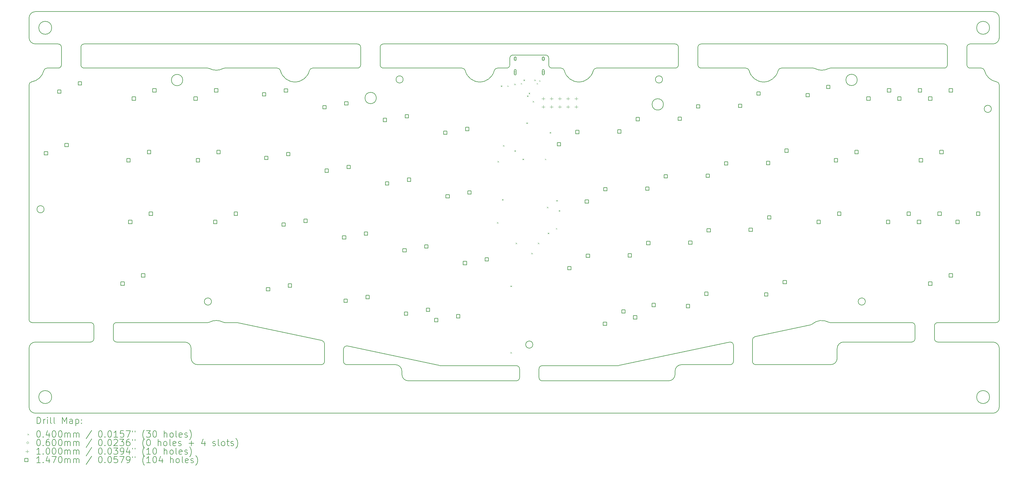
<source format=gbr>
%TF.GenerationSoftware,KiCad,Pcbnew,(6.0.11-0)*%
%TF.CreationDate,2023-07-09T18:52:18+09:00*%
%TF.ProjectId,Vision,56697369-6f6e-42e6-9b69-6361645f7063,rev?*%
%TF.SameCoordinates,Original*%
%TF.FileFunction,Drillmap*%
%TF.FilePolarity,Positive*%
%FSLAX45Y45*%
G04 Gerber Fmt 4.5, Leading zero omitted, Abs format (unit mm)*
G04 Created by KiCad (PCBNEW (6.0.11-0)) date 2023-07-09 18:52:18*
%MOMM*%
%LPD*%
G01*
G04 APERTURE LIST*
%ADD10C,0.200000*%
%ADD11C,0.040000*%
%ADD12C,0.060000*%
%ADD13C,0.100000*%
%ADD14C,0.147000*%
G04 APERTURE END LIST*
D10*
X19025195Y-8621564D02*
G75*
G03*
X18927981Y-8545000I-97215J-23436D01*
G01*
X23072019Y-8544999D02*
G75*
G03*
X22974804Y-8621563I1J-100001D01*
G01*
X5771500Y-17004060D02*
G75*
G03*
X5571500Y-17204059I0J-200000D01*
G01*
X35495751Y-17204059D02*
G75*
G03*
X35295750Y-17004059I-200001J-1D01*
G01*
X23743702Y-17734088D02*
X21400000Y-17734088D01*
X8271500Y-17004059D02*
X10371500Y-17004059D01*
X6571500Y-8445000D02*
X6571500Y-7900000D01*
X21400000Y-17734090D02*
G75*
G03*
X21300000Y-17834088I0J-100000D01*
G01*
X16400000Y-8445000D02*
G75*
G03*
X16500000Y-8545000I100000J0D01*
G01*
X34495750Y-8445000D02*
G75*
G03*
X34595750Y-8545000I100000J0D01*
G01*
X14605403Y-16960300D02*
X11998774Y-16406244D01*
X27961847Y-16839724D02*
G75*
G03*
X27882639Y-16937542I20793J-97816D01*
G01*
X23072019Y-8545000D02*
X25500000Y-8545000D01*
X25695750Y-17704060D02*
G75*
G03*
X25495750Y-17904059I0J-200000D01*
G01*
X31114000Y-8909543D02*
G75*
G03*
X31114000Y-8909543I-175000J0D01*
G01*
X30280124Y-8545002D02*
G75*
G03*
X30232965Y-8556818I-4J-99998D01*
G01*
X35395750Y-16404059D02*
X33595750Y-16404059D01*
X16500000Y-7800000D02*
G75*
G03*
X16400000Y-7900000I0J-100000D01*
G01*
X8171501Y-16904059D02*
G75*
G03*
X8271500Y-17004059I99999J-1D01*
G01*
X20016787Y-8544998D02*
G75*
G03*
X19919573Y-8621563I3J-100003D01*
G01*
X20500000Y-8140000D02*
G75*
G03*
X20400000Y-8240000I0J-100000D01*
G01*
X27882641Y-17604059D02*
G75*
G03*
X27982639Y-17704059I99999J-1D01*
G01*
X27780428Y-8621563D02*
G75*
G03*
X28674804Y-8621563I447188J107808D01*
G01*
X29808536Y-8556816D02*
G75*
G03*
X29761376Y-8545000I-47156J-88184D01*
G01*
X10771500Y-17704059D02*
X14584611Y-17704059D01*
X25600000Y-7900000D02*
G75*
G03*
X25500000Y-7800000I-100000J0D01*
G01*
X5771500Y-17004059D02*
X7471500Y-17004059D01*
X30695750Y-17004059D02*
X32795750Y-17004059D01*
X11198493Y-15754059D02*
G75*
G03*
X11198493Y-15754059I-110000J0D01*
G01*
X5571500Y-7600000D02*
X5571500Y-7000000D01*
X30280124Y-8545000D02*
X33795750Y-8545000D01*
X35195750Y-7300000D02*
G75*
G03*
X35195750Y-7300000I-200000J0D01*
G01*
X15800000Y-7900000D02*
G75*
G03*
X15700000Y-7800000I-100000J0D01*
G01*
X15271501Y-17604059D02*
G75*
G03*
X15371500Y-17704059I99999J-1D01*
G01*
X25695750Y-17704059D02*
X27195750Y-17704059D01*
X27882639Y-16937542D02*
X27882639Y-17604059D01*
X6271500Y-7300000D02*
G75*
G03*
X6271500Y-7300000I-200000J0D01*
G01*
X20016787Y-8545000D02*
X20300000Y-8545000D01*
X17110000Y-8895000D02*
G75*
G03*
X17110000Y-8895000I-110000J0D01*
G01*
X5771500Y-6800000D02*
G75*
G03*
X5571500Y-7000000I0J-200000D01*
G01*
X35495750Y-17204059D02*
X35495750Y-19004059D01*
X17071501Y-17904059D02*
G75*
G03*
X16871500Y-17704059I-200001J-1D01*
G01*
X7171500Y-8445000D02*
G75*
G03*
X7271500Y-8545000I100000J0D01*
G01*
X15271500Y-17225373D02*
X15271500Y-17604059D01*
X11558714Y-16392243D02*
G75*
G03*
X11605874Y-16404059I47156J88183D01*
G01*
X27780425Y-8621564D02*
G75*
G03*
X27683213Y-8545000I-97215J-23436D01*
G01*
X10571500Y-17204059D02*
X10571500Y-17504059D01*
X21400000Y-18204059D02*
X25295750Y-18204059D01*
X35495750Y-9066476D02*
X35495750Y-16304059D01*
X32895751Y-16504059D02*
G75*
G03*
X32795750Y-16404059I-100001J-1D01*
G01*
X20700000Y-18104059D02*
X20700000Y-17834088D01*
X25500000Y-8545000D02*
G75*
G03*
X25600000Y-8445000I0J100000D01*
G01*
X25495750Y-18004059D02*
X25495750Y-17904059D01*
X30495750Y-17504059D02*
X30495750Y-17204059D01*
X25295750Y-18204060D02*
G75*
G03*
X25495750Y-18004059I0J200000D01*
G01*
X28772019Y-8544999D02*
G75*
G03*
X28674804Y-8621563I1J-100001D01*
G01*
X19025196Y-8621563D02*
G75*
G03*
X19919573Y-8621563I447188J107808D01*
G01*
X7271500Y-8545000D02*
X11087126Y-8545000D01*
X16282084Y-9468195D02*
G75*
G03*
X16282084Y-9468195I-175000J0D01*
G01*
X14684605Y-17058115D02*
G75*
G03*
X14605403Y-16960300I-99995J5D01*
G01*
X33495750Y-16504059D02*
X33495750Y-16904059D01*
X25600000Y-8445000D02*
X25600000Y-7900000D01*
X30695750Y-17004060D02*
G75*
G03*
X30495750Y-17204059I0J-200000D01*
G01*
X17271500Y-18204059D02*
X20600000Y-18204059D01*
X35250750Y-9803755D02*
G75*
G03*
X35250750Y-9803755I-110000J0D01*
G01*
X35395750Y-16404060D02*
G75*
G03*
X35495750Y-16304059I0J100000D01*
G01*
X31363720Y-15754059D02*
G75*
G03*
X31363720Y-15754059I-110000J0D01*
G01*
X20600000Y-17734088D02*
X18256298Y-17734088D01*
X14316787Y-8545007D02*
G75*
G03*
X14219572Y-8621563I-7J-99993D01*
G01*
X21600000Y-8445000D02*
G75*
G03*
X21700000Y-8545000I100000J0D01*
G01*
X11087126Y-16404059D02*
X8271500Y-16404059D01*
X29808535Y-8556818D02*
G75*
G03*
X30232965Y-8556818I212215J396818D01*
G01*
X15700000Y-7800000D02*
X7271500Y-7800000D01*
X27174959Y-17006986D02*
X23764493Y-17731903D01*
X5655429Y-8967775D02*
G75*
G03*
X6028688Y-8621563I-73929J454020D01*
G01*
X35295750Y-19204060D02*
G75*
G03*
X35495750Y-19004059I0J200000D01*
G01*
X11134285Y-8556818D02*
G75*
G03*
X11558715Y-8556818I212215J396818D01*
G01*
X21600000Y-8240000D02*
G75*
G03*
X21500000Y-8140000I-100000J0D01*
G01*
X13325196Y-8621563D02*
G75*
G03*
X14219572Y-8621563I447188J107809D01*
G01*
X28772019Y-8545000D02*
X29761376Y-8545000D01*
X5571501Y-19004059D02*
G75*
G03*
X5771500Y-19204059I199999J-1D01*
G01*
X34595750Y-8545000D02*
X34941347Y-8545000D01*
X14684611Y-17604059D02*
X14684611Y-17058115D01*
X6125903Y-8545000D02*
X6471500Y-8545000D01*
X33795750Y-8545000D02*
G75*
G03*
X33895750Y-8445000I0J100000D01*
G01*
X33595750Y-16404060D02*
G75*
G03*
X33495750Y-16504059I0J-100000D01*
G01*
X14316787Y-8545000D02*
X15700000Y-8545000D01*
X11087126Y-16404057D02*
G75*
G03*
X11134285Y-16392241I4J99997D01*
G01*
X11605874Y-8545000D02*
X13227981Y-8545000D01*
X30295750Y-17704060D02*
G75*
G03*
X30495750Y-17504059I0J200000D01*
G01*
X30232965Y-16392241D02*
G75*
G03*
X29722339Y-16452235I-212215J-396819D01*
G01*
X21600000Y-8240000D02*
X21600000Y-8445000D01*
X7471500Y-17004060D02*
G75*
G03*
X7571500Y-16904059I0J100000D01*
G01*
X5571500Y-19004059D02*
X5571500Y-17204059D01*
X5655429Y-8967780D02*
G75*
G03*
X5571500Y-9066476I16071J-98700D01*
G01*
X5771500Y-6800000D02*
X35295750Y-6800000D01*
X25110000Y-8895000D02*
G75*
G03*
X25110000Y-8895000I-110000J0D01*
G01*
X7271500Y-7800000D02*
G75*
G03*
X7171500Y-7900000I0J-100000D01*
G01*
X7471500Y-16404059D02*
X5671500Y-16404059D01*
X26300000Y-8545000D02*
X27683213Y-8545000D01*
X8171500Y-16504059D02*
X8171500Y-16904059D01*
X7171500Y-7900000D02*
X7171500Y-8445000D01*
X35295750Y-7800000D02*
G75*
G03*
X35495750Y-7600000I0J200000D01*
G01*
X10313000Y-8914059D02*
G75*
G03*
X10313000Y-8914059I-175000J0D01*
G01*
X23743702Y-17734089D02*
G75*
G03*
X23764493Y-17731903I-2J99999D01*
G01*
X17071500Y-17904059D02*
X17071500Y-18004059D01*
X30232964Y-16392243D02*
G75*
G03*
X30280124Y-16404059I47156J88183D01*
G01*
X17071501Y-18004059D02*
G75*
G03*
X17271500Y-18204059I199999J-1D01*
G01*
X5571500Y-16304059D02*
X5571500Y-9066476D01*
X13325195Y-8621564D02*
G75*
G03*
X13227981Y-8545000I-97215J-23436D01*
G01*
X22080432Y-8621562D02*
G75*
G03*
X21983213Y-8545000I-97222J-23448D01*
G01*
X11134284Y-8556820D02*
G75*
G03*
X11087126Y-8545000I-47154J-88151D01*
G01*
X20500000Y-8140000D02*
X21500000Y-8140000D01*
X16400000Y-7900000D02*
X16400000Y-8445000D01*
X33795750Y-7800000D02*
X26300000Y-7800000D01*
X11558715Y-16392241D02*
G75*
G03*
X11134285Y-16392241I-212215J-396818D01*
G01*
X33895750Y-8445000D02*
X33895750Y-7900000D01*
X35295750Y-19204059D02*
X5771500Y-19204059D01*
X6471500Y-7800000D02*
X5771500Y-7800000D01*
X11977983Y-16404059D02*
X11605874Y-16404059D01*
X15371500Y-17704059D02*
X16871500Y-17704059D01*
X27195750Y-17704060D02*
G75*
G03*
X27295750Y-17604059I0J100000D01*
G01*
X25136916Y-9666195D02*
G75*
G03*
X25136916Y-9666195I-175000J0D01*
G01*
X29676816Y-16475201D02*
G75*
G03*
X29722339Y-16452235I-20796J97821D01*
G01*
X5571501Y-16304059D02*
G75*
G03*
X5671500Y-16404059I99999J-1D01*
G01*
X33595750Y-17004059D02*
X35295750Y-17004059D01*
X21300000Y-17834088D02*
X21300000Y-18104059D01*
X35495753Y-9066476D02*
G75*
G03*
X35411821Y-8967775I-99993J6D01*
G01*
X5571500Y-7600000D02*
G75*
G03*
X5771500Y-7800000I200000J0D01*
G01*
X6471500Y-8545000D02*
G75*
G03*
X6571500Y-8445000I0J100000D01*
G01*
X7571501Y-16504059D02*
G75*
G03*
X7471500Y-16404059I-100001J-1D01*
G01*
X26200000Y-8445000D02*
G75*
G03*
X26300000Y-8545000I100000J0D01*
G01*
X27295750Y-17604059D02*
X27295750Y-17104801D01*
X35038565Y-8621563D02*
G75*
G03*
X35411822Y-8967776I447185J107803D01*
G01*
X35038565Y-8621563D02*
G75*
G03*
X34941347Y-8545000I-97215J-23437D01*
G01*
X18235507Y-17731903D02*
G75*
G03*
X18256298Y-17734088I20793J97843D01*
G01*
X32895750Y-16904059D02*
X32895750Y-16504059D01*
X7571500Y-16904059D02*
X7571500Y-16504059D01*
X21110000Y-17084088D02*
G75*
G03*
X21110000Y-17084088I-110000J0D01*
G01*
X15800000Y-8445000D02*
X15800000Y-7900000D01*
X27295749Y-17104801D02*
G75*
G03*
X27174959Y-17006986I-99999J1D01*
G01*
X21700000Y-8545000D02*
X21983213Y-8545000D01*
X10571501Y-17204059D02*
G75*
G03*
X10371500Y-17004059I-200001J-1D01*
G01*
X15700000Y-8545000D02*
G75*
G03*
X15800000Y-8445000I0J100000D01*
G01*
X6571500Y-7900000D02*
G75*
G03*
X6471500Y-7800000I-100000J0D01*
G01*
X29676816Y-16475200D02*
X27961847Y-16839728D01*
X32795750Y-17004060D02*
G75*
G03*
X32895750Y-16904059I0J100000D01*
G01*
X14584611Y-17704062D02*
G75*
G03*
X14684611Y-17604059I-2J100002D01*
G01*
X6271500Y-18704059D02*
G75*
G03*
X6271500Y-18704059I-200000J0D01*
G01*
X35495750Y-7000000D02*
G75*
G03*
X35295750Y-6800000I-200000J0D01*
G01*
X6036501Y-12903755D02*
G75*
G03*
X6036501Y-12903755I-110000J0D01*
G01*
X11998774Y-16406244D02*
G75*
G03*
X11977983Y-16404059I-20794J-97876D01*
G01*
X18235507Y-17731903D02*
X15392291Y-17127559D01*
X20300000Y-8545000D02*
G75*
G03*
X20400000Y-8445000I0J100000D01*
G01*
X11605874Y-8545001D02*
G75*
G03*
X11558715Y-8556818I6J-100029D01*
G01*
X21300001Y-18104059D02*
G75*
G03*
X21400000Y-18204059I99999J-1D01*
G01*
X8271500Y-16404060D02*
G75*
G03*
X8171500Y-16504059I0J-100000D01*
G01*
X16500000Y-8545000D02*
X18927981Y-8545000D01*
X15392292Y-17127555D02*
G75*
G03*
X15271500Y-17225373I-20792J-97815D01*
G01*
X34495750Y-7900000D02*
X34495750Y-8445000D01*
X34595750Y-7800000D02*
G75*
G03*
X34495750Y-7900000I0J-100000D01*
G01*
X22080428Y-8621563D02*
G75*
G03*
X22974804Y-8621563I447188J107808D01*
G01*
X20600000Y-18204060D02*
G75*
G03*
X20700000Y-18104059I0J100000D01*
G01*
X26300000Y-7800000D02*
G75*
G03*
X26200000Y-7900000I0J-100000D01*
G01*
X10571501Y-17504059D02*
G75*
G03*
X10771500Y-17704059I199999J-1D01*
G01*
X20700002Y-17834088D02*
G75*
G03*
X20600000Y-17734088I-100002J-2D01*
G01*
X33895750Y-7900000D02*
G75*
G03*
X33795750Y-7800000I-100000J0D01*
G01*
X6125903Y-8545003D02*
G75*
G03*
X6028688Y-8621563I-3J-99997D01*
G01*
X26200000Y-7900000D02*
X26200000Y-8445000D01*
X35295750Y-7800000D02*
X34595750Y-7800000D01*
X35495750Y-7000000D02*
X35495750Y-7600000D01*
X35195750Y-18704059D02*
G75*
G03*
X35195750Y-18704059I-200000J0D01*
G01*
X25500000Y-7800000D02*
X16500000Y-7800000D01*
X32795750Y-16404059D02*
X30280124Y-16404059D01*
X27982639Y-17704059D02*
X30295750Y-17704059D01*
X33495751Y-16904059D02*
G75*
G03*
X33595750Y-17004059I99999J-1D01*
G01*
X20400000Y-8445000D02*
X20400000Y-8240000D01*
D11*
X20000000Y-13300000D02*
X20040000Y-13340000D01*
X20040000Y-13300000D02*
X20000000Y-13340000D01*
X20020000Y-11410000D02*
X20060000Y-11450000D01*
X20060000Y-11410000D02*
X20020000Y-11450000D01*
X20120000Y-9080000D02*
X20160000Y-9120000D01*
X20160000Y-9080000D02*
X20120000Y-9120000D01*
X20160000Y-12590000D02*
X20200000Y-12630000D01*
X20200000Y-12590000D02*
X20160000Y-12630000D01*
X20190000Y-10920000D02*
X20230000Y-10960000D01*
X20230000Y-10920000D02*
X20190000Y-10960000D01*
X20320000Y-9080000D02*
X20360000Y-9120000D01*
X20360000Y-9080000D02*
X20320000Y-9120000D01*
X20420000Y-15260000D02*
X20460000Y-15300000D01*
X20460000Y-15260000D02*
X20420000Y-15300000D01*
X20420000Y-17315000D02*
X20460000Y-17355000D01*
X20460000Y-17315000D02*
X20420000Y-17355000D01*
X20535000Y-9025000D02*
X20575000Y-9065000D01*
X20575000Y-9025000D02*
X20535000Y-9065000D01*
X20541250Y-11085000D02*
X20581250Y-11125000D01*
X20581250Y-11085000D02*
X20541250Y-11125000D01*
X20580000Y-13935000D02*
X20620000Y-13975000D01*
X20620000Y-13935000D02*
X20580000Y-13975000D01*
X20734999Y-9005000D02*
X20774999Y-9045000D01*
X20774999Y-9005000D02*
X20734999Y-9045000D01*
X20790000Y-11340000D02*
X20830000Y-11380000D01*
X20830000Y-11340000D02*
X20790000Y-11380000D01*
X20820000Y-8900000D02*
X20860000Y-8940000D01*
X20860000Y-8900000D02*
X20820000Y-8940000D01*
X20907504Y-10222496D02*
X20947504Y-10262496D01*
X20947504Y-10222496D02*
X20907504Y-10262496D01*
X20930000Y-9390000D02*
X20970000Y-9430000D01*
X20970000Y-9390000D02*
X20930000Y-9430000D01*
X20980000Y-9305000D02*
X21020000Y-9345000D01*
X21020000Y-9305000D02*
X20980000Y-9345000D01*
X21060000Y-14248750D02*
X21100000Y-14288750D01*
X21100000Y-14248750D02*
X21060000Y-14288750D01*
X21105000Y-9560001D02*
X21145000Y-9600001D01*
X21145000Y-9560001D02*
X21105000Y-9600001D01*
X21155000Y-8900000D02*
X21195000Y-8940000D01*
X21195000Y-8900000D02*
X21155000Y-8940000D01*
X21225000Y-9005000D02*
X21265000Y-9045000D01*
X21265000Y-9005000D02*
X21225000Y-9045000D01*
X21261250Y-13935000D02*
X21301250Y-13975000D01*
X21301250Y-13935000D02*
X21261250Y-13975000D01*
X21302500Y-8920000D02*
X21342500Y-8960000D01*
X21342500Y-8920000D02*
X21302500Y-8960000D01*
X21480000Y-11340000D02*
X21520000Y-11380000D01*
X21520000Y-11340000D02*
X21480000Y-11380000D01*
X21545000Y-12825000D02*
X21585000Y-12865000D01*
X21585000Y-12825000D02*
X21545000Y-12865000D01*
X21570000Y-13626250D02*
X21610000Y-13666250D01*
X21610000Y-13626250D02*
X21570000Y-13666250D01*
X21630000Y-10520000D02*
X21670000Y-10560000D01*
X21670000Y-10520000D02*
X21630000Y-10560000D01*
X21817500Y-13482500D02*
X21857500Y-13522500D01*
X21857500Y-13482500D02*
X21817500Y-13522500D01*
X21830000Y-12620000D02*
X21870000Y-12660000D01*
X21870000Y-12620000D02*
X21830000Y-12660000D01*
X21910000Y-12932500D02*
X21950000Y-12972500D01*
X21950000Y-12932500D02*
X21910000Y-12972500D01*
D12*
X20598000Y-8255000D02*
G75*
G03*
X20598000Y-8255000I-30000J0D01*
G01*
D10*
X20538000Y-8225000D02*
X20538000Y-8285000D01*
X20598000Y-8225000D02*
X20598000Y-8285000D01*
X20538000Y-8285000D02*
G75*
G03*
X20598000Y-8285000I30000J0D01*
G01*
X20598000Y-8225000D02*
G75*
G03*
X20538000Y-8225000I-30000J0D01*
G01*
D12*
X20598000Y-8673000D02*
G75*
G03*
X20598000Y-8673000I-30000J0D01*
G01*
D10*
X20538000Y-8618000D02*
X20538000Y-8728000D01*
X20598000Y-8618000D02*
X20598000Y-8728000D01*
X20538000Y-8728000D02*
G75*
G03*
X20598000Y-8728000I30000J0D01*
G01*
X20598000Y-8618000D02*
G75*
G03*
X20538000Y-8618000I-30000J0D01*
G01*
D12*
X21462000Y-8255000D02*
G75*
G03*
X21462000Y-8255000I-30000J0D01*
G01*
D10*
X21402000Y-8225000D02*
X21402000Y-8285000D01*
X21462000Y-8225000D02*
X21462000Y-8285000D01*
X21402000Y-8285000D02*
G75*
G03*
X21462000Y-8285000I30000J0D01*
G01*
X21462000Y-8225000D02*
G75*
G03*
X21402000Y-8225000I-30000J0D01*
G01*
D12*
X21462000Y-8673000D02*
G75*
G03*
X21462000Y-8673000I-30000J0D01*
G01*
D10*
X21402000Y-8618000D02*
X21402000Y-8728000D01*
X21462000Y-8618000D02*
X21462000Y-8728000D01*
X21402000Y-8728000D02*
G75*
G03*
X21462000Y-8728000I30000J0D01*
G01*
X21462000Y-8618000D02*
G75*
G03*
X21402000Y-8618000I-30000J0D01*
G01*
D13*
X21431500Y-9436000D02*
X21431500Y-9536000D01*
X21381500Y-9486000D02*
X21481500Y-9486000D01*
X21431500Y-9690000D02*
X21431500Y-9790000D01*
X21381500Y-9740000D02*
X21481500Y-9740000D01*
X21685500Y-9436000D02*
X21685500Y-9536000D01*
X21635500Y-9486000D02*
X21735500Y-9486000D01*
X21685500Y-9690000D02*
X21685500Y-9790000D01*
X21635500Y-9740000D02*
X21735500Y-9740000D01*
X21939500Y-9436000D02*
X21939500Y-9536000D01*
X21889500Y-9486000D02*
X21989500Y-9486000D01*
X21939500Y-9690000D02*
X21939500Y-9790000D01*
X21889500Y-9740000D02*
X21989500Y-9740000D01*
X22193500Y-9436000D02*
X22193500Y-9536000D01*
X22143500Y-9486000D02*
X22243500Y-9486000D01*
X22193500Y-9690000D02*
X22193500Y-9790000D01*
X22143500Y-9740000D02*
X22243500Y-9740000D01*
X22447500Y-9436000D02*
X22447500Y-9536000D01*
X22397500Y-9486000D02*
X22497500Y-9486000D01*
X22447500Y-9690000D02*
X22447500Y-9790000D01*
X22397500Y-9740000D02*
X22497500Y-9740000D01*
D14*
X6147473Y-11228032D02*
X6147473Y-11124087D01*
X6043527Y-11124087D01*
X6043527Y-11228032D01*
X6147473Y-11228032D01*
X6554473Y-9323032D02*
X6554473Y-9219087D01*
X6450527Y-9219087D01*
X6450527Y-9323032D01*
X6554473Y-9323032D01*
X6782473Y-10974032D02*
X6782473Y-10870087D01*
X6678527Y-10870087D01*
X6678527Y-10974032D01*
X6782473Y-10974032D01*
X7189473Y-9069032D02*
X7189473Y-8965087D01*
X7085527Y-8965087D01*
X7085527Y-9069032D01*
X7189473Y-9069032D01*
X8508973Y-15252032D02*
X8508973Y-15148086D01*
X8405027Y-15148086D01*
X8405027Y-15252032D01*
X8508973Y-15252032D01*
X8688348Y-11442032D02*
X8688348Y-11338086D01*
X8584402Y-11338086D01*
X8584402Y-11442032D01*
X8688348Y-11442032D01*
X8747098Y-13347032D02*
X8747098Y-13243086D01*
X8643152Y-13243086D01*
X8643152Y-13347032D01*
X8747098Y-13347032D01*
X8856473Y-9537032D02*
X8856473Y-9433087D01*
X8752527Y-9433087D01*
X8752527Y-9537032D01*
X8856473Y-9537032D01*
X9143973Y-14998032D02*
X9143973Y-14894086D01*
X9040027Y-14894086D01*
X9040027Y-14998032D01*
X9143973Y-14998032D01*
X9323348Y-11188032D02*
X9323348Y-11084087D01*
X9219402Y-11084087D01*
X9219402Y-11188032D01*
X9323348Y-11188032D01*
X9382098Y-13093032D02*
X9382098Y-12989086D01*
X9278152Y-12989086D01*
X9278152Y-13093032D01*
X9382098Y-13093032D01*
X9491473Y-9283032D02*
X9491473Y-9179087D01*
X9387527Y-9179087D01*
X9387527Y-9283032D01*
X9491473Y-9283032D01*
X10761473Y-9537032D02*
X10761473Y-9433086D01*
X10657527Y-9433086D01*
X10657527Y-9537032D01*
X10761473Y-9537032D01*
X10831473Y-11442032D02*
X10831473Y-11338086D01*
X10727527Y-11338086D01*
X10727527Y-11442032D01*
X10831473Y-11442032D01*
X11366473Y-13347032D02*
X11366473Y-13243086D01*
X11262527Y-13243086D01*
X11262527Y-13347032D01*
X11366473Y-13347032D01*
X11396473Y-9283032D02*
X11396473Y-9179086D01*
X11292527Y-9179086D01*
X11292527Y-9283032D01*
X11396473Y-9283032D01*
X11466473Y-11188032D02*
X11466473Y-11084087D01*
X11362527Y-11084087D01*
X11362527Y-11188032D01*
X11466473Y-11188032D01*
X12001473Y-13093032D02*
X12001473Y-12989086D01*
X11897527Y-12989086D01*
X11897527Y-13093032D01*
X12001473Y-13093032D01*
X12872608Y-9405368D02*
X12872608Y-9301423D01*
X12768663Y-9301423D01*
X12768663Y-9405368D01*
X12872608Y-9405368D01*
X12942608Y-11368368D02*
X12942608Y-11264423D01*
X12838662Y-11264423D01*
X12838662Y-11368368D01*
X12942608Y-11368368D01*
X12996608Y-15428368D02*
X12996608Y-15324423D01*
X12892662Y-15324423D01*
X12892662Y-15428368D01*
X12996608Y-15428368D01*
X13477608Y-13429368D02*
X13477608Y-13325423D01*
X13373662Y-13325423D01*
X13373662Y-13429368D01*
X13477608Y-13429368D01*
X13546541Y-9288943D02*
X13546541Y-9184997D01*
X13442596Y-9184997D01*
X13442596Y-9288943D01*
X13546541Y-9288943D01*
X13616541Y-11251943D02*
X13616541Y-11147997D01*
X13512596Y-11147997D01*
X13512596Y-11251943D01*
X13616541Y-11251943D01*
X13670541Y-15311943D02*
X13670541Y-15207997D01*
X13566596Y-15207997D01*
X13566596Y-15311943D01*
X13670541Y-15311943D01*
X14151541Y-13312943D02*
X14151541Y-13208997D01*
X14047596Y-13208997D01*
X14047596Y-13312943D01*
X14151541Y-13312943D01*
X14735979Y-9801440D02*
X14735979Y-9697494D01*
X14632034Y-9697494D01*
X14632034Y-9801440D01*
X14735979Y-9801440D01*
X14805979Y-11764440D02*
X14805979Y-11660494D01*
X14702034Y-11660494D01*
X14702034Y-11764440D01*
X14805979Y-11764440D01*
X15340979Y-13825440D02*
X15340979Y-13721494D01*
X15237034Y-13721494D01*
X15237034Y-13825440D01*
X15340979Y-13825440D01*
X15388768Y-15783157D02*
X15388768Y-15679211D01*
X15284822Y-15679211D01*
X15284822Y-15783157D01*
X15388768Y-15783157D01*
X15409913Y-9685014D02*
X15409913Y-9581069D01*
X15305967Y-9581069D01*
X15305967Y-9685014D01*
X15409913Y-9685014D01*
X15479913Y-11648014D02*
X15479913Y-11544069D01*
X15375967Y-11544069D01*
X15375967Y-11648014D01*
X15479913Y-11648014D01*
X16014913Y-13709014D02*
X16014913Y-13605069D01*
X15910967Y-13605069D01*
X15910967Y-13709014D01*
X16014913Y-13709014D01*
X16062701Y-15666731D02*
X16062701Y-15562785D01*
X15958756Y-15562785D01*
X15958756Y-15666731D01*
X16062701Y-15666731D01*
X16599350Y-10197512D02*
X16599350Y-10093566D01*
X16495405Y-10093566D01*
X16495405Y-10197512D01*
X16599350Y-10197512D01*
X16669350Y-12160512D02*
X16669350Y-12056566D01*
X16565405Y-12056566D01*
X16565405Y-12160512D01*
X16669350Y-12160512D01*
X17204351Y-14221512D02*
X17204351Y-14117566D01*
X17100405Y-14117566D01*
X17100405Y-14221512D01*
X17204351Y-14221512D01*
X17252139Y-16179228D02*
X17252139Y-16075282D01*
X17148193Y-16075282D01*
X17148193Y-16179228D01*
X17252139Y-16179228D01*
X17273284Y-10081086D02*
X17273284Y-9977141D01*
X17169338Y-9977141D01*
X17169338Y-10081086D01*
X17273284Y-10081086D01*
X17343284Y-12044086D02*
X17343284Y-11940141D01*
X17239338Y-11940141D01*
X17239338Y-12044086D01*
X17343284Y-12044086D01*
X17878284Y-14105086D02*
X17878284Y-14001140D01*
X17774338Y-14001140D01*
X17774338Y-14105086D01*
X17878284Y-14105086D01*
X17926072Y-16062802D02*
X17926072Y-15958857D01*
X17822126Y-15958857D01*
X17822126Y-16062802D01*
X17926072Y-16062802D01*
X18183824Y-16377264D02*
X18183824Y-16273318D01*
X18079879Y-16273318D01*
X18079879Y-16377264D01*
X18183824Y-16377264D01*
X18462722Y-10593584D02*
X18462722Y-10489638D01*
X18358776Y-10489638D01*
X18358776Y-10593584D01*
X18462722Y-10593584D01*
X18532722Y-12556583D02*
X18532722Y-12452638D01*
X18428776Y-12452638D01*
X18428776Y-12556583D01*
X18532722Y-12556583D01*
X18857758Y-16260838D02*
X18857758Y-16156893D01*
X18753812Y-16156893D01*
X18753812Y-16260838D01*
X18857758Y-16260838D01*
X19067722Y-14617583D02*
X19067722Y-14513638D01*
X18963776Y-14513638D01*
X18963776Y-14617583D01*
X19067722Y-14617583D01*
X19136655Y-10477158D02*
X19136655Y-10373212D01*
X19032709Y-10373212D01*
X19032709Y-10477158D01*
X19136655Y-10477158D01*
X19206655Y-12440158D02*
X19206655Y-12336212D01*
X19102709Y-12336212D01*
X19102709Y-12440158D01*
X19206655Y-12440158D01*
X19741655Y-14501158D02*
X19741655Y-14397212D01*
X19637709Y-14397212D01*
X19637709Y-14501158D01*
X19741655Y-14501158D01*
X21964876Y-10950012D02*
X21964876Y-10846067D01*
X21860930Y-10846067D01*
X21860930Y-10950012D01*
X21964876Y-10950012D01*
X22290876Y-14776012D02*
X22290876Y-14672067D01*
X22186930Y-14672067D01*
X22186930Y-14776012D01*
X22290876Y-14776012D01*
X22533190Y-10569539D02*
X22533190Y-10465593D01*
X22429244Y-10465593D01*
X22429244Y-10569539D01*
X22533190Y-10569539D01*
X22826875Y-12715012D02*
X22826875Y-12611066D01*
X22722930Y-12611066D01*
X22722930Y-12715012D01*
X22826875Y-12715012D01*
X22859190Y-14395539D02*
X22859190Y-14291593D01*
X22755244Y-14291593D01*
X22755244Y-14395539D01*
X22859190Y-14395539D01*
X23385711Y-16490856D02*
X23385711Y-16386911D01*
X23281766Y-16386911D01*
X23281766Y-16490856D01*
X23385711Y-16490856D01*
X23395190Y-12334539D02*
X23395190Y-12230593D01*
X23291244Y-12230593D01*
X23291244Y-12334539D01*
X23395190Y-12334539D01*
X23828247Y-10553941D02*
X23828247Y-10449995D01*
X23724301Y-10449995D01*
X23724301Y-10553941D01*
X23828247Y-10553941D01*
X23954026Y-16110383D02*
X23954026Y-16006437D01*
X23850080Y-16006437D01*
X23850080Y-16110383D01*
X23954026Y-16110383D01*
X24154247Y-14379940D02*
X24154247Y-14275995D01*
X24050301Y-14275995D01*
X24050301Y-14379940D01*
X24154247Y-14379940D01*
X24317397Y-16292820D02*
X24317397Y-16188875D01*
X24213451Y-16188875D01*
X24213451Y-16292820D01*
X24317397Y-16292820D01*
X24396561Y-10173467D02*
X24396561Y-10069521D01*
X24292615Y-10069521D01*
X24292615Y-10173467D01*
X24396561Y-10173467D01*
X24690247Y-12318940D02*
X24690247Y-12214995D01*
X24586301Y-12214995D01*
X24586301Y-12318940D01*
X24690247Y-12318940D01*
X24722561Y-13999467D02*
X24722561Y-13895521D01*
X24618615Y-13895521D01*
X24618615Y-13999467D01*
X24722561Y-13999467D01*
X24885711Y-15912347D02*
X24885711Y-15808401D01*
X24781766Y-15808401D01*
X24781766Y-15912347D01*
X24885711Y-15912347D01*
X25258561Y-11938467D02*
X25258561Y-11834521D01*
X25154615Y-11834521D01*
X25154615Y-11938467D01*
X25258561Y-11938467D01*
X25691618Y-10157869D02*
X25691618Y-10053923D01*
X25587672Y-10053923D01*
X25587672Y-10157869D01*
X25691618Y-10157869D01*
X25947847Y-15946258D02*
X25947847Y-15842312D01*
X25843901Y-15842312D01*
X25843901Y-15946258D01*
X25947847Y-15946258D01*
X26017618Y-13983869D02*
X26017618Y-13879923D01*
X25913672Y-13879923D01*
X25913672Y-13983869D01*
X26017618Y-13983869D01*
X26259932Y-9777395D02*
X26259932Y-9673450D01*
X26155986Y-9673450D01*
X26155986Y-9777395D01*
X26259932Y-9777395D01*
X26516161Y-15565784D02*
X26516161Y-15461839D01*
X26412215Y-15461839D01*
X26412215Y-15565784D01*
X26516161Y-15565784D01*
X26553618Y-11922869D02*
X26553618Y-11818923D01*
X26449672Y-11818923D01*
X26449672Y-11922869D01*
X26553618Y-11922869D01*
X26585932Y-13603395D02*
X26585932Y-13499449D01*
X26481986Y-13499449D01*
X26481986Y-13603395D01*
X26585932Y-13603395D01*
X27121932Y-11542395D02*
X27121932Y-11438450D01*
X27017986Y-11438450D01*
X27017986Y-11542395D01*
X27121932Y-11542395D01*
X27554989Y-9761797D02*
X27554989Y-9657851D01*
X27451043Y-9657851D01*
X27451043Y-9761797D01*
X27554989Y-9761797D01*
X27880989Y-13587797D02*
X27880989Y-13483851D01*
X27777043Y-13483851D01*
X27777043Y-13587797D01*
X27880989Y-13587797D01*
X28123303Y-9381324D02*
X28123303Y-9277378D01*
X28019358Y-9277378D01*
X28019358Y-9381324D01*
X28123303Y-9381324D01*
X28361989Y-15586797D02*
X28361989Y-15482851D01*
X28258043Y-15482851D01*
X28258043Y-15586797D01*
X28361989Y-15586797D01*
X28416989Y-11526797D02*
X28416989Y-11422851D01*
X28313043Y-11422851D01*
X28313043Y-11526797D01*
X28416989Y-11526797D01*
X28449303Y-13207323D02*
X28449303Y-13103378D01*
X28345358Y-13103378D01*
X28345358Y-13207323D01*
X28449303Y-13207323D01*
X28930303Y-15206323D02*
X28930303Y-15102378D01*
X28826358Y-15102378D01*
X28826358Y-15206323D01*
X28930303Y-15206323D01*
X28985303Y-11146324D02*
X28985303Y-11042378D01*
X28881358Y-11042378D01*
X28881358Y-11146324D01*
X28985303Y-11146324D01*
X29636973Y-9431032D02*
X29636973Y-9327087D01*
X29533027Y-9327087D01*
X29533027Y-9431032D01*
X29636973Y-9431032D01*
X29975473Y-13347032D02*
X29975473Y-13243086D01*
X29871527Y-13243086D01*
X29871527Y-13347032D01*
X29975473Y-13347032D01*
X30271973Y-9177032D02*
X30271973Y-9073087D01*
X30168027Y-9073087D01*
X30168027Y-9177032D01*
X30271973Y-9177032D01*
X30511473Y-11442032D02*
X30511473Y-11338086D01*
X30407527Y-11338086D01*
X30407527Y-11442032D01*
X30511473Y-11442032D01*
X30610473Y-13093032D02*
X30610473Y-12989086D01*
X30506527Y-12989086D01*
X30506527Y-13093032D01*
X30610473Y-13093032D01*
X31146473Y-11188032D02*
X31146473Y-11084086D01*
X31042527Y-11084086D01*
X31042527Y-11188032D01*
X31146473Y-11188032D01*
X31512473Y-9537032D02*
X31512473Y-9433086D01*
X31408527Y-9433086D01*
X31408527Y-9537032D01*
X31512473Y-9537032D01*
X32118598Y-13347032D02*
X32118598Y-13243086D01*
X32014652Y-13243086D01*
X32014652Y-13347032D01*
X32118598Y-13347032D01*
X32147473Y-9283032D02*
X32147473Y-9179086D01*
X32043527Y-9179086D01*
X32043527Y-9283032D01*
X32147473Y-9283032D01*
X32464973Y-9537032D02*
X32464973Y-9433087D01*
X32361027Y-9433087D01*
X32361027Y-9537032D01*
X32464973Y-9537032D01*
X32753598Y-13093032D02*
X32753598Y-12989086D01*
X32649652Y-12989086D01*
X32649652Y-13093032D01*
X32753598Y-13093032D01*
X33071098Y-13347032D02*
X33071098Y-13243086D01*
X32967152Y-13243086D01*
X32967152Y-13347032D01*
X33071098Y-13347032D01*
X33099973Y-9283032D02*
X33099973Y-9179087D01*
X32996027Y-9179087D01*
X32996027Y-9283032D01*
X33099973Y-9283032D01*
X33130848Y-11442032D02*
X33130848Y-11338086D01*
X33026902Y-11338086D01*
X33026902Y-11442032D01*
X33130848Y-11442032D01*
X33417423Y-15252032D02*
X33417423Y-15148086D01*
X33313477Y-15148086D01*
X33313477Y-15252032D01*
X33417423Y-15252032D01*
X33417473Y-9537032D02*
X33417473Y-9433087D01*
X33313527Y-9433087D01*
X33313527Y-9537032D01*
X33417473Y-9537032D01*
X33706098Y-13093032D02*
X33706098Y-12989086D01*
X33602152Y-12989086D01*
X33602152Y-13093032D01*
X33706098Y-13093032D01*
X33765848Y-11188032D02*
X33765848Y-11084087D01*
X33661902Y-11084087D01*
X33661902Y-11188032D01*
X33765848Y-11188032D01*
X34052423Y-14998032D02*
X34052423Y-14894086D01*
X33948477Y-14894086D01*
X33948477Y-14998032D01*
X34052423Y-14998032D01*
X34052473Y-9283032D02*
X34052473Y-9179087D01*
X33948527Y-9179087D01*
X33948527Y-9283032D01*
X34052473Y-9283032D01*
X34261723Y-13347032D02*
X34261723Y-13243086D01*
X34157777Y-13243086D01*
X34157777Y-13347032D01*
X34261723Y-13347032D01*
X34896723Y-13093032D02*
X34896723Y-12989086D01*
X34792777Y-12989086D01*
X34792777Y-13093032D01*
X34896723Y-13093032D01*
D10*
X5819119Y-19524535D02*
X5819119Y-19324535D01*
X5866738Y-19324535D01*
X5895310Y-19334059D01*
X5914357Y-19353107D01*
X5923881Y-19372154D01*
X5933405Y-19410250D01*
X5933405Y-19438821D01*
X5923881Y-19476916D01*
X5914357Y-19495964D01*
X5895310Y-19515012D01*
X5866738Y-19524535D01*
X5819119Y-19524535D01*
X6019119Y-19524535D02*
X6019119Y-19391202D01*
X6019119Y-19429297D02*
X6028643Y-19410250D01*
X6038167Y-19400726D01*
X6057214Y-19391202D01*
X6076262Y-19391202D01*
X6142929Y-19524535D02*
X6142929Y-19391202D01*
X6142929Y-19324535D02*
X6133405Y-19334059D01*
X6142929Y-19343583D01*
X6152452Y-19334059D01*
X6142929Y-19324535D01*
X6142929Y-19343583D01*
X6266738Y-19524535D02*
X6247690Y-19515012D01*
X6238167Y-19495964D01*
X6238167Y-19324535D01*
X6371500Y-19524535D02*
X6352452Y-19515012D01*
X6342929Y-19495964D01*
X6342929Y-19324535D01*
X6600071Y-19524535D02*
X6600071Y-19324535D01*
X6666738Y-19467393D01*
X6733405Y-19324535D01*
X6733405Y-19524535D01*
X6914357Y-19524535D02*
X6914357Y-19419773D01*
X6904833Y-19400726D01*
X6885786Y-19391202D01*
X6847690Y-19391202D01*
X6828643Y-19400726D01*
X6914357Y-19515012D02*
X6895310Y-19524535D01*
X6847690Y-19524535D01*
X6828643Y-19515012D01*
X6819119Y-19495964D01*
X6819119Y-19476916D01*
X6828643Y-19457869D01*
X6847690Y-19448345D01*
X6895310Y-19448345D01*
X6914357Y-19438821D01*
X7009595Y-19391202D02*
X7009595Y-19591202D01*
X7009595Y-19400726D02*
X7028643Y-19391202D01*
X7066738Y-19391202D01*
X7085786Y-19400726D01*
X7095310Y-19410250D01*
X7104833Y-19429297D01*
X7104833Y-19486440D01*
X7095310Y-19505488D01*
X7085786Y-19515012D01*
X7066738Y-19524535D01*
X7028643Y-19524535D01*
X7009595Y-19515012D01*
X7190548Y-19505488D02*
X7200071Y-19515012D01*
X7190548Y-19524535D01*
X7181024Y-19515012D01*
X7190548Y-19505488D01*
X7190548Y-19524535D01*
X7190548Y-19400726D02*
X7200071Y-19410250D01*
X7190548Y-19419773D01*
X7181024Y-19410250D01*
X7190548Y-19400726D01*
X7190548Y-19419773D01*
D11*
X5521500Y-19834059D02*
X5561500Y-19874059D01*
X5561500Y-19834059D02*
X5521500Y-19874059D01*
D10*
X5857214Y-19744535D02*
X5876262Y-19744535D01*
X5895310Y-19754059D01*
X5904833Y-19763583D01*
X5914357Y-19782631D01*
X5923881Y-19820726D01*
X5923881Y-19868345D01*
X5914357Y-19906440D01*
X5904833Y-19925488D01*
X5895310Y-19935012D01*
X5876262Y-19944535D01*
X5857214Y-19944535D01*
X5838167Y-19935012D01*
X5828643Y-19925488D01*
X5819119Y-19906440D01*
X5809595Y-19868345D01*
X5809595Y-19820726D01*
X5819119Y-19782631D01*
X5828643Y-19763583D01*
X5838167Y-19754059D01*
X5857214Y-19744535D01*
X6009595Y-19925488D02*
X6019119Y-19935012D01*
X6009595Y-19944535D01*
X6000071Y-19935012D01*
X6009595Y-19925488D01*
X6009595Y-19944535D01*
X6190548Y-19811202D02*
X6190548Y-19944535D01*
X6142929Y-19735012D02*
X6095310Y-19877869D01*
X6219119Y-19877869D01*
X6333405Y-19744535D02*
X6352452Y-19744535D01*
X6371500Y-19754059D01*
X6381024Y-19763583D01*
X6390548Y-19782631D01*
X6400071Y-19820726D01*
X6400071Y-19868345D01*
X6390548Y-19906440D01*
X6381024Y-19925488D01*
X6371500Y-19935012D01*
X6352452Y-19944535D01*
X6333405Y-19944535D01*
X6314357Y-19935012D01*
X6304833Y-19925488D01*
X6295310Y-19906440D01*
X6285786Y-19868345D01*
X6285786Y-19820726D01*
X6295310Y-19782631D01*
X6304833Y-19763583D01*
X6314357Y-19754059D01*
X6333405Y-19744535D01*
X6523881Y-19744535D02*
X6542929Y-19744535D01*
X6561976Y-19754059D01*
X6571500Y-19763583D01*
X6581024Y-19782631D01*
X6590548Y-19820726D01*
X6590548Y-19868345D01*
X6581024Y-19906440D01*
X6571500Y-19925488D01*
X6561976Y-19935012D01*
X6542929Y-19944535D01*
X6523881Y-19944535D01*
X6504833Y-19935012D01*
X6495310Y-19925488D01*
X6485786Y-19906440D01*
X6476262Y-19868345D01*
X6476262Y-19820726D01*
X6485786Y-19782631D01*
X6495310Y-19763583D01*
X6504833Y-19754059D01*
X6523881Y-19744535D01*
X6676262Y-19944535D02*
X6676262Y-19811202D01*
X6676262Y-19830250D02*
X6685786Y-19820726D01*
X6704833Y-19811202D01*
X6733405Y-19811202D01*
X6752452Y-19820726D01*
X6761976Y-19839773D01*
X6761976Y-19944535D01*
X6761976Y-19839773D02*
X6771500Y-19820726D01*
X6790548Y-19811202D01*
X6819119Y-19811202D01*
X6838167Y-19820726D01*
X6847690Y-19839773D01*
X6847690Y-19944535D01*
X6942929Y-19944535D02*
X6942929Y-19811202D01*
X6942929Y-19830250D02*
X6952452Y-19820726D01*
X6971500Y-19811202D01*
X7000071Y-19811202D01*
X7019119Y-19820726D01*
X7028643Y-19839773D01*
X7028643Y-19944535D01*
X7028643Y-19839773D02*
X7038167Y-19820726D01*
X7057214Y-19811202D01*
X7085786Y-19811202D01*
X7104833Y-19820726D01*
X7114357Y-19839773D01*
X7114357Y-19944535D01*
X7504833Y-19735012D02*
X7333405Y-19992154D01*
X7761976Y-19744535D02*
X7781024Y-19744535D01*
X7800071Y-19754059D01*
X7809595Y-19763583D01*
X7819119Y-19782631D01*
X7828643Y-19820726D01*
X7828643Y-19868345D01*
X7819119Y-19906440D01*
X7809595Y-19925488D01*
X7800071Y-19935012D01*
X7781024Y-19944535D01*
X7761976Y-19944535D01*
X7742929Y-19935012D01*
X7733405Y-19925488D01*
X7723881Y-19906440D01*
X7714357Y-19868345D01*
X7714357Y-19820726D01*
X7723881Y-19782631D01*
X7733405Y-19763583D01*
X7742929Y-19754059D01*
X7761976Y-19744535D01*
X7914357Y-19925488D02*
X7923881Y-19935012D01*
X7914357Y-19944535D01*
X7904833Y-19935012D01*
X7914357Y-19925488D01*
X7914357Y-19944535D01*
X8047690Y-19744535D02*
X8066738Y-19744535D01*
X8085786Y-19754059D01*
X8095310Y-19763583D01*
X8104833Y-19782631D01*
X8114357Y-19820726D01*
X8114357Y-19868345D01*
X8104833Y-19906440D01*
X8095310Y-19925488D01*
X8085786Y-19935012D01*
X8066738Y-19944535D01*
X8047690Y-19944535D01*
X8028643Y-19935012D01*
X8019119Y-19925488D01*
X8009595Y-19906440D01*
X8000071Y-19868345D01*
X8000071Y-19820726D01*
X8009595Y-19782631D01*
X8019119Y-19763583D01*
X8028643Y-19754059D01*
X8047690Y-19744535D01*
X8304833Y-19944535D02*
X8190548Y-19944535D01*
X8247690Y-19944535D02*
X8247690Y-19744535D01*
X8228643Y-19773107D01*
X8209595Y-19792154D01*
X8190548Y-19801678D01*
X8485786Y-19744535D02*
X8390548Y-19744535D01*
X8381024Y-19839773D01*
X8390548Y-19830250D01*
X8409595Y-19820726D01*
X8457214Y-19820726D01*
X8476262Y-19830250D01*
X8485786Y-19839773D01*
X8495310Y-19858821D01*
X8495310Y-19906440D01*
X8485786Y-19925488D01*
X8476262Y-19935012D01*
X8457214Y-19944535D01*
X8409595Y-19944535D01*
X8390548Y-19935012D01*
X8381024Y-19925488D01*
X8561976Y-19744535D02*
X8695310Y-19744535D01*
X8609595Y-19944535D01*
X8761976Y-19744535D02*
X8761976Y-19782631D01*
X8838167Y-19744535D02*
X8838167Y-19782631D01*
X9133405Y-20020726D02*
X9123881Y-20011202D01*
X9104833Y-19982631D01*
X9095310Y-19963583D01*
X9085786Y-19935012D01*
X9076262Y-19887393D01*
X9076262Y-19849297D01*
X9085786Y-19801678D01*
X9095310Y-19773107D01*
X9104833Y-19754059D01*
X9123881Y-19725488D01*
X9133405Y-19715964D01*
X9190548Y-19744535D02*
X9314357Y-19744535D01*
X9247691Y-19820726D01*
X9276262Y-19820726D01*
X9295310Y-19830250D01*
X9304833Y-19839773D01*
X9314357Y-19858821D01*
X9314357Y-19906440D01*
X9304833Y-19925488D01*
X9295310Y-19935012D01*
X9276262Y-19944535D01*
X9219119Y-19944535D01*
X9200072Y-19935012D01*
X9190548Y-19925488D01*
X9438167Y-19744535D02*
X9457214Y-19744535D01*
X9476262Y-19754059D01*
X9485786Y-19763583D01*
X9495310Y-19782631D01*
X9504833Y-19820726D01*
X9504833Y-19868345D01*
X9495310Y-19906440D01*
X9485786Y-19925488D01*
X9476262Y-19935012D01*
X9457214Y-19944535D01*
X9438167Y-19944535D01*
X9419119Y-19935012D01*
X9409595Y-19925488D01*
X9400072Y-19906440D01*
X9390548Y-19868345D01*
X9390548Y-19820726D01*
X9400072Y-19782631D01*
X9409595Y-19763583D01*
X9419119Y-19754059D01*
X9438167Y-19744535D01*
X9742929Y-19944535D02*
X9742929Y-19744535D01*
X9828643Y-19944535D02*
X9828643Y-19839773D01*
X9819119Y-19820726D01*
X9800072Y-19811202D01*
X9771500Y-19811202D01*
X9752452Y-19820726D01*
X9742929Y-19830250D01*
X9952452Y-19944535D02*
X9933405Y-19935012D01*
X9923881Y-19925488D01*
X9914357Y-19906440D01*
X9914357Y-19849297D01*
X9923881Y-19830250D01*
X9933405Y-19820726D01*
X9952452Y-19811202D01*
X9981024Y-19811202D01*
X10000072Y-19820726D01*
X10009595Y-19830250D01*
X10019119Y-19849297D01*
X10019119Y-19906440D01*
X10009595Y-19925488D01*
X10000072Y-19935012D01*
X9981024Y-19944535D01*
X9952452Y-19944535D01*
X10133405Y-19944535D02*
X10114357Y-19935012D01*
X10104833Y-19915964D01*
X10104833Y-19744535D01*
X10285786Y-19935012D02*
X10266738Y-19944535D01*
X10228643Y-19944535D01*
X10209595Y-19935012D01*
X10200072Y-19915964D01*
X10200072Y-19839773D01*
X10209595Y-19820726D01*
X10228643Y-19811202D01*
X10266738Y-19811202D01*
X10285786Y-19820726D01*
X10295310Y-19839773D01*
X10295310Y-19858821D01*
X10200072Y-19877869D01*
X10371500Y-19935012D02*
X10390548Y-19944535D01*
X10428643Y-19944535D01*
X10447691Y-19935012D01*
X10457214Y-19915964D01*
X10457214Y-19906440D01*
X10447691Y-19887393D01*
X10428643Y-19877869D01*
X10400072Y-19877869D01*
X10381024Y-19868345D01*
X10371500Y-19849297D01*
X10371500Y-19839773D01*
X10381024Y-19820726D01*
X10400072Y-19811202D01*
X10428643Y-19811202D01*
X10447691Y-19820726D01*
X10523881Y-20020726D02*
X10533405Y-20011202D01*
X10552452Y-19982631D01*
X10561976Y-19963583D01*
X10571500Y-19935012D01*
X10581024Y-19887393D01*
X10581024Y-19849297D01*
X10571500Y-19801678D01*
X10561976Y-19773107D01*
X10552452Y-19754059D01*
X10533405Y-19725488D01*
X10523881Y-19715964D01*
D12*
X5561500Y-20118059D02*
G75*
G03*
X5561500Y-20118059I-30000J0D01*
G01*
D10*
X5857214Y-20008535D02*
X5876262Y-20008535D01*
X5895310Y-20018059D01*
X5904833Y-20027583D01*
X5914357Y-20046631D01*
X5923881Y-20084726D01*
X5923881Y-20132345D01*
X5914357Y-20170440D01*
X5904833Y-20189488D01*
X5895310Y-20199012D01*
X5876262Y-20208535D01*
X5857214Y-20208535D01*
X5838167Y-20199012D01*
X5828643Y-20189488D01*
X5819119Y-20170440D01*
X5809595Y-20132345D01*
X5809595Y-20084726D01*
X5819119Y-20046631D01*
X5828643Y-20027583D01*
X5838167Y-20018059D01*
X5857214Y-20008535D01*
X6009595Y-20189488D02*
X6019119Y-20199012D01*
X6009595Y-20208535D01*
X6000071Y-20199012D01*
X6009595Y-20189488D01*
X6009595Y-20208535D01*
X6190548Y-20008535D02*
X6152452Y-20008535D01*
X6133405Y-20018059D01*
X6123881Y-20027583D01*
X6104833Y-20056154D01*
X6095310Y-20094250D01*
X6095310Y-20170440D01*
X6104833Y-20189488D01*
X6114357Y-20199012D01*
X6133405Y-20208535D01*
X6171500Y-20208535D01*
X6190548Y-20199012D01*
X6200071Y-20189488D01*
X6209595Y-20170440D01*
X6209595Y-20122821D01*
X6200071Y-20103773D01*
X6190548Y-20094250D01*
X6171500Y-20084726D01*
X6133405Y-20084726D01*
X6114357Y-20094250D01*
X6104833Y-20103773D01*
X6095310Y-20122821D01*
X6333405Y-20008535D02*
X6352452Y-20008535D01*
X6371500Y-20018059D01*
X6381024Y-20027583D01*
X6390548Y-20046631D01*
X6400071Y-20084726D01*
X6400071Y-20132345D01*
X6390548Y-20170440D01*
X6381024Y-20189488D01*
X6371500Y-20199012D01*
X6352452Y-20208535D01*
X6333405Y-20208535D01*
X6314357Y-20199012D01*
X6304833Y-20189488D01*
X6295310Y-20170440D01*
X6285786Y-20132345D01*
X6285786Y-20084726D01*
X6295310Y-20046631D01*
X6304833Y-20027583D01*
X6314357Y-20018059D01*
X6333405Y-20008535D01*
X6523881Y-20008535D02*
X6542929Y-20008535D01*
X6561976Y-20018059D01*
X6571500Y-20027583D01*
X6581024Y-20046631D01*
X6590548Y-20084726D01*
X6590548Y-20132345D01*
X6581024Y-20170440D01*
X6571500Y-20189488D01*
X6561976Y-20199012D01*
X6542929Y-20208535D01*
X6523881Y-20208535D01*
X6504833Y-20199012D01*
X6495310Y-20189488D01*
X6485786Y-20170440D01*
X6476262Y-20132345D01*
X6476262Y-20084726D01*
X6485786Y-20046631D01*
X6495310Y-20027583D01*
X6504833Y-20018059D01*
X6523881Y-20008535D01*
X6676262Y-20208535D02*
X6676262Y-20075202D01*
X6676262Y-20094250D02*
X6685786Y-20084726D01*
X6704833Y-20075202D01*
X6733405Y-20075202D01*
X6752452Y-20084726D01*
X6761976Y-20103773D01*
X6761976Y-20208535D01*
X6761976Y-20103773D02*
X6771500Y-20084726D01*
X6790548Y-20075202D01*
X6819119Y-20075202D01*
X6838167Y-20084726D01*
X6847690Y-20103773D01*
X6847690Y-20208535D01*
X6942929Y-20208535D02*
X6942929Y-20075202D01*
X6942929Y-20094250D02*
X6952452Y-20084726D01*
X6971500Y-20075202D01*
X7000071Y-20075202D01*
X7019119Y-20084726D01*
X7028643Y-20103773D01*
X7028643Y-20208535D01*
X7028643Y-20103773D02*
X7038167Y-20084726D01*
X7057214Y-20075202D01*
X7085786Y-20075202D01*
X7104833Y-20084726D01*
X7114357Y-20103773D01*
X7114357Y-20208535D01*
X7504833Y-19999012D02*
X7333405Y-20256154D01*
X7761976Y-20008535D02*
X7781024Y-20008535D01*
X7800071Y-20018059D01*
X7809595Y-20027583D01*
X7819119Y-20046631D01*
X7828643Y-20084726D01*
X7828643Y-20132345D01*
X7819119Y-20170440D01*
X7809595Y-20189488D01*
X7800071Y-20199012D01*
X7781024Y-20208535D01*
X7761976Y-20208535D01*
X7742929Y-20199012D01*
X7733405Y-20189488D01*
X7723881Y-20170440D01*
X7714357Y-20132345D01*
X7714357Y-20084726D01*
X7723881Y-20046631D01*
X7733405Y-20027583D01*
X7742929Y-20018059D01*
X7761976Y-20008535D01*
X7914357Y-20189488D02*
X7923881Y-20199012D01*
X7914357Y-20208535D01*
X7904833Y-20199012D01*
X7914357Y-20189488D01*
X7914357Y-20208535D01*
X8047690Y-20008535D02*
X8066738Y-20008535D01*
X8085786Y-20018059D01*
X8095310Y-20027583D01*
X8104833Y-20046631D01*
X8114357Y-20084726D01*
X8114357Y-20132345D01*
X8104833Y-20170440D01*
X8095310Y-20189488D01*
X8085786Y-20199012D01*
X8066738Y-20208535D01*
X8047690Y-20208535D01*
X8028643Y-20199012D01*
X8019119Y-20189488D01*
X8009595Y-20170440D01*
X8000071Y-20132345D01*
X8000071Y-20084726D01*
X8009595Y-20046631D01*
X8019119Y-20027583D01*
X8028643Y-20018059D01*
X8047690Y-20008535D01*
X8190548Y-20027583D02*
X8200071Y-20018059D01*
X8219119Y-20008535D01*
X8266738Y-20008535D01*
X8285786Y-20018059D01*
X8295310Y-20027583D01*
X8304833Y-20046631D01*
X8304833Y-20065678D01*
X8295310Y-20094250D01*
X8181024Y-20208535D01*
X8304833Y-20208535D01*
X8371500Y-20008535D02*
X8495310Y-20008535D01*
X8428643Y-20084726D01*
X8457214Y-20084726D01*
X8476262Y-20094250D01*
X8485786Y-20103773D01*
X8495310Y-20122821D01*
X8495310Y-20170440D01*
X8485786Y-20189488D01*
X8476262Y-20199012D01*
X8457214Y-20208535D01*
X8400072Y-20208535D01*
X8381024Y-20199012D01*
X8371500Y-20189488D01*
X8666738Y-20008535D02*
X8628643Y-20008535D01*
X8609595Y-20018059D01*
X8600072Y-20027583D01*
X8581024Y-20056154D01*
X8571500Y-20094250D01*
X8571500Y-20170440D01*
X8581024Y-20189488D01*
X8590548Y-20199012D01*
X8609595Y-20208535D01*
X8647691Y-20208535D01*
X8666738Y-20199012D01*
X8676262Y-20189488D01*
X8685786Y-20170440D01*
X8685786Y-20122821D01*
X8676262Y-20103773D01*
X8666738Y-20094250D01*
X8647691Y-20084726D01*
X8609595Y-20084726D01*
X8590548Y-20094250D01*
X8581024Y-20103773D01*
X8571500Y-20122821D01*
X8761976Y-20008535D02*
X8761976Y-20046631D01*
X8838167Y-20008535D02*
X8838167Y-20046631D01*
X9133405Y-20284726D02*
X9123881Y-20275202D01*
X9104833Y-20246631D01*
X9095310Y-20227583D01*
X9085786Y-20199012D01*
X9076262Y-20151393D01*
X9076262Y-20113297D01*
X9085786Y-20065678D01*
X9095310Y-20037107D01*
X9104833Y-20018059D01*
X9123881Y-19989488D01*
X9133405Y-19979964D01*
X9247691Y-20008535D02*
X9266738Y-20008535D01*
X9285786Y-20018059D01*
X9295310Y-20027583D01*
X9304833Y-20046631D01*
X9314357Y-20084726D01*
X9314357Y-20132345D01*
X9304833Y-20170440D01*
X9295310Y-20189488D01*
X9285786Y-20199012D01*
X9266738Y-20208535D01*
X9247691Y-20208535D01*
X9228643Y-20199012D01*
X9219119Y-20189488D01*
X9209595Y-20170440D01*
X9200072Y-20132345D01*
X9200072Y-20084726D01*
X9209595Y-20046631D01*
X9219119Y-20027583D01*
X9228643Y-20018059D01*
X9247691Y-20008535D01*
X9552452Y-20208535D02*
X9552452Y-20008535D01*
X9638167Y-20208535D02*
X9638167Y-20103773D01*
X9628643Y-20084726D01*
X9609595Y-20075202D01*
X9581024Y-20075202D01*
X9561976Y-20084726D01*
X9552452Y-20094250D01*
X9761976Y-20208535D02*
X9742929Y-20199012D01*
X9733405Y-20189488D01*
X9723881Y-20170440D01*
X9723881Y-20113297D01*
X9733405Y-20094250D01*
X9742929Y-20084726D01*
X9761976Y-20075202D01*
X9790548Y-20075202D01*
X9809595Y-20084726D01*
X9819119Y-20094250D01*
X9828643Y-20113297D01*
X9828643Y-20170440D01*
X9819119Y-20189488D01*
X9809595Y-20199012D01*
X9790548Y-20208535D01*
X9761976Y-20208535D01*
X9942929Y-20208535D02*
X9923881Y-20199012D01*
X9914357Y-20179964D01*
X9914357Y-20008535D01*
X10095310Y-20199012D02*
X10076262Y-20208535D01*
X10038167Y-20208535D01*
X10019119Y-20199012D01*
X10009595Y-20179964D01*
X10009595Y-20103773D01*
X10019119Y-20084726D01*
X10038167Y-20075202D01*
X10076262Y-20075202D01*
X10095310Y-20084726D01*
X10104833Y-20103773D01*
X10104833Y-20122821D01*
X10009595Y-20141869D01*
X10181024Y-20199012D02*
X10200072Y-20208535D01*
X10238167Y-20208535D01*
X10257214Y-20199012D01*
X10266738Y-20179964D01*
X10266738Y-20170440D01*
X10257214Y-20151393D01*
X10238167Y-20141869D01*
X10209595Y-20141869D01*
X10190548Y-20132345D01*
X10181024Y-20113297D01*
X10181024Y-20103773D01*
X10190548Y-20084726D01*
X10209595Y-20075202D01*
X10238167Y-20075202D01*
X10257214Y-20084726D01*
X10504833Y-20132345D02*
X10657214Y-20132345D01*
X10581024Y-20208535D02*
X10581024Y-20056154D01*
X10990548Y-20075202D02*
X10990548Y-20208535D01*
X10942929Y-19999012D02*
X10895310Y-20141869D01*
X11019119Y-20141869D01*
X11238167Y-20199012D02*
X11257214Y-20208535D01*
X11295310Y-20208535D01*
X11314357Y-20199012D01*
X11323881Y-20179964D01*
X11323881Y-20170440D01*
X11314357Y-20151393D01*
X11295310Y-20141869D01*
X11266738Y-20141869D01*
X11247690Y-20132345D01*
X11238167Y-20113297D01*
X11238167Y-20103773D01*
X11247690Y-20084726D01*
X11266738Y-20075202D01*
X11295310Y-20075202D01*
X11314357Y-20084726D01*
X11438167Y-20208535D02*
X11419119Y-20199012D01*
X11409595Y-20179964D01*
X11409595Y-20008535D01*
X11542929Y-20208535D02*
X11523881Y-20199012D01*
X11514357Y-20189488D01*
X11504833Y-20170440D01*
X11504833Y-20113297D01*
X11514357Y-20094250D01*
X11523881Y-20084726D01*
X11542929Y-20075202D01*
X11571500Y-20075202D01*
X11590548Y-20084726D01*
X11600071Y-20094250D01*
X11609595Y-20113297D01*
X11609595Y-20170440D01*
X11600071Y-20189488D01*
X11590548Y-20199012D01*
X11571500Y-20208535D01*
X11542929Y-20208535D01*
X11666738Y-20075202D02*
X11742929Y-20075202D01*
X11695310Y-20008535D02*
X11695310Y-20179964D01*
X11704833Y-20199012D01*
X11723881Y-20208535D01*
X11742929Y-20208535D01*
X11800071Y-20199012D02*
X11819119Y-20208535D01*
X11857214Y-20208535D01*
X11876262Y-20199012D01*
X11885786Y-20179964D01*
X11885786Y-20170440D01*
X11876262Y-20151393D01*
X11857214Y-20141869D01*
X11828643Y-20141869D01*
X11809595Y-20132345D01*
X11800071Y-20113297D01*
X11800071Y-20103773D01*
X11809595Y-20084726D01*
X11828643Y-20075202D01*
X11857214Y-20075202D01*
X11876262Y-20084726D01*
X11952452Y-20284726D02*
X11961976Y-20275202D01*
X11981024Y-20246631D01*
X11990548Y-20227583D01*
X12000071Y-20199012D01*
X12009595Y-20151393D01*
X12009595Y-20113297D01*
X12000071Y-20065678D01*
X11990548Y-20037107D01*
X11981024Y-20018059D01*
X11961976Y-19989488D01*
X11952452Y-19979964D01*
D13*
X5511500Y-20332059D02*
X5511500Y-20432059D01*
X5461500Y-20382059D02*
X5561500Y-20382059D01*
D10*
X5923881Y-20472535D02*
X5809595Y-20472535D01*
X5866738Y-20472535D02*
X5866738Y-20272535D01*
X5847690Y-20301107D01*
X5828643Y-20320154D01*
X5809595Y-20329678D01*
X6009595Y-20453488D02*
X6019119Y-20463012D01*
X6009595Y-20472535D01*
X6000071Y-20463012D01*
X6009595Y-20453488D01*
X6009595Y-20472535D01*
X6142929Y-20272535D02*
X6161976Y-20272535D01*
X6181024Y-20282059D01*
X6190548Y-20291583D01*
X6200071Y-20310631D01*
X6209595Y-20348726D01*
X6209595Y-20396345D01*
X6200071Y-20434440D01*
X6190548Y-20453488D01*
X6181024Y-20463012D01*
X6161976Y-20472535D01*
X6142929Y-20472535D01*
X6123881Y-20463012D01*
X6114357Y-20453488D01*
X6104833Y-20434440D01*
X6095310Y-20396345D01*
X6095310Y-20348726D01*
X6104833Y-20310631D01*
X6114357Y-20291583D01*
X6123881Y-20282059D01*
X6142929Y-20272535D01*
X6333405Y-20272535D02*
X6352452Y-20272535D01*
X6371500Y-20282059D01*
X6381024Y-20291583D01*
X6390548Y-20310631D01*
X6400071Y-20348726D01*
X6400071Y-20396345D01*
X6390548Y-20434440D01*
X6381024Y-20453488D01*
X6371500Y-20463012D01*
X6352452Y-20472535D01*
X6333405Y-20472535D01*
X6314357Y-20463012D01*
X6304833Y-20453488D01*
X6295310Y-20434440D01*
X6285786Y-20396345D01*
X6285786Y-20348726D01*
X6295310Y-20310631D01*
X6304833Y-20291583D01*
X6314357Y-20282059D01*
X6333405Y-20272535D01*
X6523881Y-20272535D02*
X6542929Y-20272535D01*
X6561976Y-20282059D01*
X6571500Y-20291583D01*
X6581024Y-20310631D01*
X6590548Y-20348726D01*
X6590548Y-20396345D01*
X6581024Y-20434440D01*
X6571500Y-20453488D01*
X6561976Y-20463012D01*
X6542929Y-20472535D01*
X6523881Y-20472535D01*
X6504833Y-20463012D01*
X6495310Y-20453488D01*
X6485786Y-20434440D01*
X6476262Y-20396345D01*
X6476262Y-20348726D01*
X6485786Y-20310631D01*
X6495310Y-20291583D01*
X6504833Y-20282059D01*
X6523881Y-20272535D01*
X6676262Y-20472535D02*
X6676262Y-20339202D01*
X6676262Y-20358250D02*
X6685786Y-20348726D01*
X6704833Y-20339202D01*
X6733405Y-20339202D01*
X6752452Y-20348726D01*
X6761976Y-20367773D01*
X6761976Y-20472535D01*
X6761976Y-20367773D02*
X6771500Y-20348726D01*
X6790548Y-20339202D01*
X6819119Y-20339202D01*
X6838167Y-20348726D01*
X6847690Y-20367773D01*
X6847690Y-20472535D01*
X6942929Y-20472535D02*
X6942929Y-20339202D01*
X6942929Y-20358250D02*
X6952452Y-20348726D01*
X6971500Y-20339202D01*
X7000071Y-20339202D01*
X7019119Y-20348726D01*
X7028643Y-20367773D01*
X7028643Y-20472535D01*
X7028643Y-20367773D02*
X7038167Y-20348726D01*
X7057214Y-20339202D01*
X7085786Y-20339202D01*
X7104833Y-20348726D01*
X7114357Y-20367773D01*
X7114357Y-20472535D01*
X7504833Y-20263012D02*
X7333405Y-20520154D01*
X7761976Y-20272535D02*
X7781024Y-20272535D01*
X7800071Y-20282059D01*
X7809595Y-20291583D01*
X7819119Y-20310631D01*
X7828643Y-20348726D01*
X7828643Y-20396345D01*
X7819119Y-20434440D01*
X7809595Y-20453488D01*
X7800071Y-20463012D01*
X7781024Y-20472535D01*
X7761976Y-20472535D01*
X7742929Y-20463012D01*
X7733405Y-20453488D01*
X7723881Y-20434440D01*
X7714357Y-20396345D01*
X7714357Y-20348726D01*
X7723881Y-20310631D01*
X7733405Y-20291583D01*
X7742929Y-20282059D01*
X7761976Y-20272535D01*
X7914357Y-20453488D02*
X7923881Y-20463012D01*
X7914357Y-20472535D01*
X7904833Y-20463012D01*
X7914357Y-20453488D01*
X7914357Y-20472535D01*
X8047690Y-20272535D02*
X8066738Y-20272535D01*
X8085786Y-20282059D01*
X8095310Y-20291583D01*
X8104833Y-20310631D01*
X8114357Y-20348726D01*
X8114357Y-20396345D01*
X8104833Y-20434440D01*
X8095310Y-20453488D01*
X8085786Y-20463012D01*
X8066738Y-20472535D01*
X8047690Y-20472535D01*
X8028643Y-20463012D01*
X8019119Y-20453488D01*
X8009595Y-20434440D01*
X8000071Y-20396345D01*
X8000071Y-20348726D01*
X8009595Y-20310631D01*
X8019119Y-20291583D01*
X8028643Y-20282059D01*
X8047690Y-20272535D01*
X8181024Y-20272535D02*
X8304833Y-20272535D01*
X8238167Y-20348726D01*
X8266738Y-20348726D01*
X8285786Y-20358250D01*
X8295310Y-20367773D01*
X8304833Y-20386821D01*
X8304833Y-20434440D01*
X8295310Y-20453488D01*
X8285786Y-20463012D01*
X8266738Y-20472535D01*
X8209595Y-20472535D01*
X8190548Y-20463012D01*
X8181024Y-20453488D01*
X8400072Y-20472535D02*
X8438167Y-20472535D01*
X8457214Y-20463012D01*
X8466738Y-20453488D01*
X8485786Y-20424916D01*
X8495310Y-20386821D01*
X8495310Y-20310631D01*
X8485786Y-20291583D01*
X8476262Y-20282059D01*
X8457214Y-20272535D01*
X8419119Y-20272535D01*
X8400072Y-20282059D01*
X8390548Y-20291583D01*
X8381024Y-20310631D01*
X8381024Y-20358250D01*
X8390548Y-20377297D01*
X8400072Y-20386821D01*
X8419119Y-20396345D01*
X8457214Y-20396345D01*
X8476262Y-20386821D01*
X8485786Y-20377297D01*
X8495310Y-20358250D01*
X8666738Y-20339202D02*
X8666738Y-20472535D01*
X8619119Y-20263012D02*
X8571500Y-20405869D01*
X8695310Y-20405869D01*
X8761976Y-20272535D02*
X8761976Y-20310631D01*
X8838167Y-20272535D02*
X8838167Y-20310631D01*
X9133405Y-20548726D02*
X9123881Y-20539202D01*
X9104833Y-20510631D01*
X9095310Y-20491583D01*
X9085786Y-20463012D01*
X9076262Y-20415393D01*
X9076262Y-20377297D01*
X9085786Y-20329678D01*
X9095310Y-20301107D01*
X9104833Y-20282059D01*
X9123881Y-20253488D01*
X9133405Y-20243964D01*
X9314357Y-20472535D02*
X9200072Y-20472535D01*
X9257214Y-20472535D02*
X9257214Y-20272535D01*
X9238167Y-20301107D01*
X9219119Y-20320154D01*
X9200072Y-20329678D01*
X9438167Y-20272535D02*
X9457214Y-20272535D01*
X9476262Y-20282059D01*
X9485786Y-20291583D01*
X9495310Y-20310631D01*
X9504833Y-20348726D01*
X9504833Y-20396345D01*
X9495310Y-20434440D01*
X9485786Y-20453488D01*
X9476262Y-20463012D01*
X9457214Y-20472535D01*
X9438167Y-20472535D01*
X9419119Y-20463012D01*
X9409595Y-20453488D01*
X9400072Y-20434440D01*
X9390548Y-20396345D01*
X9390548Y-20348726D01*
X9400072Y-20310631D01*
X9409595Y-20291583D01*
X9419119Y-20282059D01*
X9438167Y-20272535D01*
X9742929Y-20472535D02*
X9742929Y-20272535D01*
X9828643Y-20472535D02*
X9828643Y-20367773D01*
X9819119Y-20348726D01*
X9800072Y-20339202D01*
X9771500Y-20339202D01*
X9752452Y-20348726D01*
X9742929Y-20358250D01*
X9952452Y-20472535D02*
X9933405Y-20463012D01*
X9923881Y-20453488D01*
X9914357Y-20434440D01*
X9914357Y-20377297D01*
X9923881Y-20358250D01*
X9933405Y-20348726D01*
X9952452Y-20339202D01*
X9981024Y-20339202D01*
X10000072Y-20348726D01*
X10009595Y-20358250D01*
X10019119Y-20377297D01*
X10019119Y-20434440D01*
X10009595Y-20453488D01*
X10000072Y-20463012D01*
X9981024Y-20472535D01*
X9952452Y-20472535D01*
X10133405Y-20472535D02*
X10114357Y-20463012D01*
X10104833Y-20443964D01*
X10104833Y-20272535D01*
X10285786Y-20463012D02*
X10266738Y-20472535D01*
X10228643Y-20472535D01*
X10209595Y-20463012D01*
X10200072Y-20443964D01*
X10200072Y-20367773D01*
X10209595Y-20348726D01*
X10228643Y-20339202D01*
X10266738Y-20339202D01*
X10285786Y-20348726D01*
X10295310Y-20367773D01*
X10295310Y-20386821D01*
X10200072Y-20405869D01*
X10371500Y-20463012D02*
X10390548Y-20472535D01*
X10428643Y-20472535D01*
X10447691Y-20463012D01*
X10457214Y-20443964D01*
X10457214Y-20434440D01*
X10447691Y-20415393D01*
X10428643Y-20405869D01*
X10400072Y-20405869D01*
X10381024Y-20396345D01*
X10371500Y-20377297D01*
X10371500Y-20367773D01*
X10381024Y-20348726D01*
X10400072Y-20339202D01*
X10428643Y-20339202D01*
X10447691Y-20348726D01*
X10523881Y-20548726D02*
X10533405Y-20539202D01*
X10552452Y-20510631D01*
X10561976Y-20491583D01*
X10571500Y-20463012D01*
X10581024Y-20415393D01*
X10581024Y-20377297D01*
X10571500Y-20329678D01*
X10561976Y-20301107D01*
X10552452Y-20282059D01*
X10533405Y-20253488D01*
X10523881Y-20243964D01*
D14*
X5539973Y-20698032D02*
X5539973Y-20594086D01*
X5436027Y-20594086D01*
X5436027Y-20698032D01*
X5539973Y-20698032D01*
D10*
X5923881Y-20736535D02*
X5809595Y-20736535D01*
X5866738Y-20736535D02*
X5866738Y-20536535D01*
X5847690Y-20565107D01*
X5828643Y-20584154D01*
X5809595Y-20593678D01*
X6009595Y-20717488D02*
X6019119Y-20727012D01*
X6009595Y-20736535D01*
X6000071Y-20727012D01*
X6009595Y-20717488D01*
X6009595Y-20736535D01*
X6190548Y-20603202D02*
X6190548Y-20736535D01*
X6142929Y-20527012D02*
X6095310Y-20669869D01*
X6219119Y-20669869D01*
X6276262Y-20536535D02*
X6409595Y-20536535D01*
X6323881Y-20736535D01*
X6523881Y-20536535D02*
X6542929Y-20536535D01*
X6561976Y-20546059D01*
X6571500Y-20555583D01*
X6581024Y-20574631D01*
X6590548Y-20612726D01*
X6590548Y-20660345D01*
X6581024Y-20698440D01*
X6571500Y-20717488D01*
X6561976Y-20727012D01*
X6542929Y-20736535D01*
X6523881Y-20736535D01*
X6504833Y-20727012D01*
X6495310Y-20717488D01*
X6485786Y-20698440D01*
X6476262Y-20660345D01*
X6476262Y-20612726D01*
X6485786Y-20574631D01*
X6495310Y-20555583D01*
X6504833Y-20546059D01*
X6523881Y-20536535D01*
X6676262Y-20736535D02*
X6676262Y-20603202D01*
X6676262Y-20622250D02*
X6685786Y-20612726D01*
X6704833Y-20603202D01*
X6733405Y-20603202D01*
X6752452Y-20612726D01*
X6761976Y-20631773D01*
X6761976Y-20736535D01*
X6761976Y-20631773D02*
X6771500Y-20612726D01*
X6790548Y-20603202D01*
X6819119Y-20603202D01*
X6838167Y-20612726D01*
X6847690Y-20631773D01*
X6847690Y-20736535D01*
X6942929Y-20736535D02*
X6942929Y-20603202D01*
X6942929Y-20622250D02*
X6952452Y-20612726D01*
X6971500Y-20603202D01*
X7000071Y-20603202D01*
X7019119Y-20612726D01*
X7028643Y-20631773D01*
X7028643Y-20736535D01*
X7028643Y-20631773D02*
X7038167Y-20612726D01*
X7057214Y-20603202D01*
X7085786Y-20603202D01*
X7104833Y-20612726D01*
X7114357Y-20631773D01*
X7114357Y-20736535D01*
X7504833Y-20527012D02*
X7333405Y-20784154D01*
X7761976Y-20536535D02*
X7781024Y-20536535D01*
X7800071Y-20546059D01*
X7809595Y-20555583D01*
X7819119Y-20574631D01*
X7828643Y-20612726D01*
X7828643Y-20660345D01*
X7819119Y-20698440D01*
X7809595Y-20717488D01*
X7800071Y-20727012D01*
X7781024Y-20736535D01*
X7761976Y-20736535D01*
X7742929Y-20727012D01*
X7733405Y-20717488D01*
X7723881Y-20698440D01*
X7714357Y-20660345D01*
X7714357Y-20612726D01*
X7723881Y-20574631D01*
X7733405Y-20555583D01*
X7742929Y-20546059D01*
X7761976Y-20536535D01*
X7914357Y-20717488D02*
X7923881Y-20727012D01*
X7914357Y-20736535D01*
X7904833Y-20727012D01*
X7914357Y-20717488D01*
X7914357Y-20736535D01*
X8047690Y-20536535D02*
X8066738Y-20536535D01*
X8085786Y-20546059D01*
X8095310Y-20555583D01*
X8104833Y-20574631D01*
X8114357Y-20612726D01*
X8114357Y-20660345D01*
X8104833Y-20698440D01*
X8095310Y-20717488D01*
X8085786Y-20727012D01*
X8066738Y-20736535D01*
X8047690Y-20736535D01*
X8028643Y-20727012D01*
X8019119Y-20717488D01*
X8009595Y-20698440D01*
X8000071Y-20660345D01*
X8000071Y-20612726D01*
X8009595Y-20574631D01*
X8019119Y-20555583D01*
X8028643Y-20546059D01*
X8047690Y-20536535D01*
X8295310Y-20536535D02*
X8200071Y-20536535D01*
X8190548Y-20631773D01*
X8200071Y-20622250D01*
X8219119Y-20612726D01*
X8266738Y-20612726D01*
X8285786Y-20622250D01*
X8295310Y-20631773D01*
X8304833Y-20650821D01*
X8304833Y-20698440D01*
X8295310Y-20717488D01*
X8285786Y-20727012D01*
X8266738Y-20736535D01*
X8219119Y-20736535D01*
X8200071Y-20727012D01*
X8190548Y-20717488D01*
X8371500Y-20536535D02*
X8504833Y-20536535D01*
X8419119Y-20736535D01*
X8590548Y-20736535D02*
X8628643Y-20736535D01*
X8647691Y-20727012D01*
X8657214Y-20717488D01*
X8676262Y-20688916D01*
X8685786Y-20650821D01*
X8685786Y-20574631D01*
X8676262Y-20555583D01*
X8666738Y-20546059D01*
X8647691Y-20536535D01*
X8609595Y-20536535D01*
X8590548Y-20546059D01*
X8581024Y-20555583D01*
X8571500Y-20574631D01*
X8571500Y-20622250D01*
X8581024Y-20641297D01*
X8590548Y-20650821D01*
X8609595Y-20660345D01*
X8647691Y-20660345D01*
X8666738Y-20650821D01*
X8676262Y-20641297D01*
X8685786Y-20622250D01*
X8761976Y-20536535D02*
X8761976Y-20574631D01*
X8838167Y-20536535D02*
X8838167Y-20574631D01*
X9133405Y-20812726D02*
X9123881Y-20803202D01*
X9104833Y-20774631D01*
X9095310Y-20755583D01*
X9085786Y-20727012D01*
X9076262Y-20679393D01*
X9076262Y-20641297D01*
X9085786Y-20593678D01*
X9095310Y-20565107D01*
X9104833Y-20546059D01*
X9123881Y-20517488D01*
X9133405Y-20507964D01*
X9314357Y-20736535D02*
X9200072Y-20736535D01*
X9257214Y-20736535D02*
X9257214Y-20536535D01*
X9238167Y-20565107D01*
X9219119Y-20584154D01*
X9200072Y-20593678D01*
X9438167Y-20536535D02*
X9457214Y-20536535D01*
X9476262Y-20546059D01*
X9485786Y-20555583D01*
X9495310Y-20574631D01*
X9504833Y-20612726D01*
X9504833Y-20660345D01*
X9495310Y-20698440D01*
X9485786Y-20717488D01*
X9476262Y-20727012D01*
X9457214Y-20736535D01*
X9438167Y-20736535D01*
X9419119Y-20727012D01*
X9409595Y-20717488D01*
X9400072Y-20698440D01*
X9390548Y-20660345D01*
X9390548Y-20612726D01*
X9400072Y-20574631D01*
X9409595Y-20555583D01*
X9419119Y-20546059D01*
X9438167Y-20536535D01*
X9676262Y-20603202D02*
X9676262Y-20736535D01*
X9628643Y-20527012D02*
X9581024Y-20669869D01*
X9704833Y-20669869D01*
X9933405Y-20736535D02*
X9933405Y-20536535D01*
X10019119Y-20736535D02*
X10019119Y-20631773D01*
X10009595Y-20612726D01*
X9990548Y-20603202D01*
X9961976Y-20603202D01*
X9942929Y-20612726D01*
X9933405Y-20622250D01*
X10142929Y-20736535D02*
X10123881Y-20727012D01*
X10114357Y-20717488D01*
X10104833Y-20698440D01*
X10104833Y-20641297D01*
X10114357Y-20622250D01*
X10123881Y-20612726D01*
X10142929Y-20603202D01*
X10171500Y-20603202D01*
X10190548Y-20612726D01*
X10200072Y-20622250D01*
X10209595Y-20641297D01*
X10209595Y-20698440D01*
X10200072Y-20717488D01*
X10190548Y-20727012D01*
X10171500Y-20736535D01*
X10142929Y-20736535D01*
X10323881Y-20736535D02*
X10304833Y-20727012D01*
X10295310Y-20707964D01*
X10295310Y-20536535D01*
X10476262Y-20727012D02*
X10457214Y-20736535D01*
X10419119Y-20736535D01*
X10400072Y-20727012D01*
X10390548Y-20707964D01*
X10390548Y-20631773D01*
X10400072Y-20612726D01*
X10419119Y-20603202D01*
X10457214Y-20603202D01*
X10476262Y-20612726D01*
X10485786Y-20631773D01*
X10485786Y-20650821D01*
X10390548Y-20669869D01*
X10561976Y-20727012D02*
X10581024Y-20736535D01*
X10619119Y-20736535D01*
X10638167Y-20727012D01*
X10647691Y-20707964D01*
X10647691Y-20698440D01*
X10638167Y-20679393D01*
X10619119Y-20669869D01*
X10590548Y-20669869D01*
X10571500Y-20660345D01*
X10561976Y-20641297D01*
X10561976Y-20631773D01*
X10571500Y-20612726D01*
X10590548Y-20603202D01*
X10619119Y-20603202D01*
X10638167Y-20612726D01*
X10714357Y-20812726D02*
X10723881Y-20803202D01*
X10742929Y-20774631D01*
X10752452Y-20755583D01*
X10761976Y-20727012D01*
X10771500Y-20679393D01*
X10771500Y-20641297D01*
X10761976Y-20593678D01*
X10752452Y-20565107D01*
X10742929Y-20546059D01*
X10723881Y-20517488D01*
X10714357Y-20507964D01*
M02*

</source>
